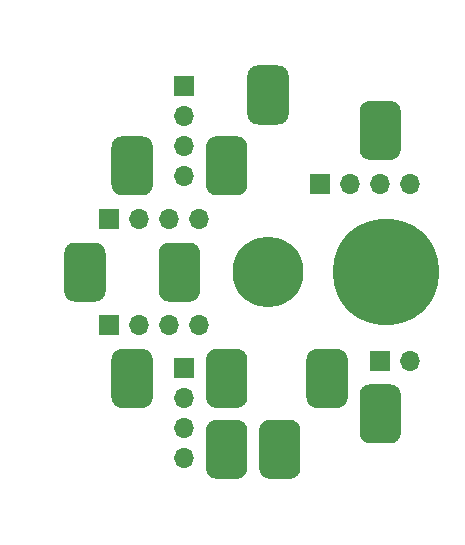
<source format=gbr>
%TF.GenerationSoftware,KiCad,Pcbnew,5.1.9-73d0e3b20d~88~ubuntu18.04.1*%
%TF.CreationDate,2021-01-11T11:23:41+01:00*%
%TF.ProjectId,saba-fernbedienung-anschlussstecker,73616261-2d66-4657-926e-62656469656e,1*%
%TF.SameCoordinates,Original*%
%TF.FileFunction,Soldermask,Bot*%
%TF.FilePolarity,Negative*%
%FSLAX46Y46*%
G04 Gerber Fmt 4.6, Leading zero omitted, Abs format (unit mm)*
G04 Created by KiCad (PCBNEW 5.1.9-73d0e3b20d~88~ubuntu18.04.1) date 2021-01-11 11:23:41*
%MOMM*%
%LPD*%
G01*
G04 APERTURE LIST*
%ADD10C,6.000000*%
%ADD11C,9.000000*%
%ADD12O,1.700000X1.700000*%
%ADD13R,1.700000X1.700000*%
G04 APERTURE END LIST*
D10*
%TO.C,X101*%
X130000000Y-80000000D03*
D11*
X140000000Y-80000000D03*
G36*
G01*
X112750000Y-81625000D02*
X112750000Y-78375000D01*
G75*
G02*
X113625000Y-77500000I875000J0D01*
G01*
X115375000Y-77500000D01*
G75*
G02*
X116250000Y-78375000I0J-875000D01*
G01*
X116250000Y-81625000D01*
G75*
G02*
X115375000Y-82500000I-875000J0D01*
G01*
X113625000Y-82500000D01*
G75*
G02*
X112750000Y-81625000I0J875000D01*
G01*
G37*
G36*
G01*
X116750000Y-72625000D02*
X116750000Y-69375000D01*
G75*
G02*
X117625000Y-68500000I875000J0D01*
G01*
X119375000Y-68500000D01*
G75*
G02*
X120250000Y-69375000I0J-875000D01*
G01*
X120250000Y-72625000D01*
G75*
G02*
X119375000Y-73500000I-875000J0D01*
G01*
X117625000Y-73500000D01*
G75*
G02*
X116750000Y-72625000I0J875000D01*
G01*
G37*
G36*
G01*
X116750000Y-90625000D02*
X116750000Y-87375000D01*
G75*
G02*
X117625000Y-86500000I875000J0D01*
G01*
X119375000Y-86500000D01*
G75*
G02*
X120250000Y-87375000I0J-875000D01*
G01*
X120250000Y-90625000D01*
G75*
G02*
X119375000Y-91500000I-875000J0D01*
G01*
X117625000Y-91500000D01*
G75*
G02*
X116750000Y-90625000I0J875000D01*
G01*
G37*
G36*
G01*
X120750000Y-81625000D02*
X120750000Y-78375000D01*
G75*
G02*
X121625000Y-77500000I875000J0D01*
G01*
X123375000Y-77500000D01*
G75*
G02*
X124250000Y-78375000I0J-875000D01*
G01*
X124250000Y-81625000D01*
G75*
G02*
X123375000Y-82500000I-875000J0D01*
G01*
X121625000Y-82500000D01*
G75*
G02*
X120750000Y-81625000I0J875000D01*
G01*
G37*
G36*
G01*
X124750000Y-72625000D02*
X124750000Y-69375000D01*
G75*
G02*
X125625000Y-68500000I875000J0D01*
G01*
X127375000Y-68500000D01*
G75*
G02*
X128250000Y-69375000I0J-875000D01*
G01*
X128250000Y-72625000D01*
G75*
G02*
X127375000Y-73500000I-875000J0D01*
G01*
X125625000Y-73500000D01*
G75*
G02*
X124750000Y-72625000I0J875000D01*
G01*
G37*
G36*
G01*
X124750000Y-90625000D02*
X124750000Y-87375000D01*
G75*
G02*
X125625000Y-86500000I875000J0D01*
G01*
X127375000Y-86500000D01*
G75*
G02*
X128250000Y-87375000I0J-875000D01*
G01*
X128250000Y-90625000D01*
G75*
G02*
X127375000Y-91500000I-875000J0D01*
G01*
X125625000Y-91500000D01*
G75*
G02*
X124750000Y-90625000I0J875000D01*
G01*
G37*
G36*
G01*
X124750000Y-96625000D02*
X124750000Y-93375000D01*
G75*
G02*
X125625000Y-92500000I875000J0D01*
G01*
X127375000Y-92500000D01*
G75*
G02*
X128250000Y-93375000I0J-875000D01*
G01*
X128250000Y-96625000D01*
G75*
G02*
X127375000Y-97500000I-875000J0D01*
G01*
X125625000Y-97500000D01*
G75*
G02*
X124750000Y-96625000I0J875000D01*
G01*
G37*
G36*
G01*
X128250000Y-66625000D02*
X128250000Y-63375000D01*
G75*
G02*
X129125000Y-62500000I875000J0D01*
G01*
X130875000Y-62500000D01*
G75*
G02*
X131750000Y-63375000I0J-875000D01*
G01*
X131750000Y-66625000D01*
G75*
G02*
X130875000Y-67500000I-875000J0D01*
G01*
X129125000Y-67500000D01*
G75*
G02*
X128250000Y-66625000I0J875000D01*
G01*
G37*
G36*
G01*
X129250000Y-96625000D02*
X129250000Y-93375000D01*
G75*
G02*
X130125000Y-92500000I875000J0D01*
G01*
X131875000Y-92500000D01*
G75*
G02*
X132750000Y-93375000I0J-875000D01*
G01*
X132750000Y-96625000D01*
G75*
G02*
X131875000Y-97500000I-875000J0D01*
G01*
X130125000Y-97500000D01*
G75*
G02*
X129250000Y-96625000I0J875000D01*
G01*
G37*
G36*
G01*
X137750000Y-69625000D02*
X137750000Y-66375000D01*
G75*
G02*
X138625000Y-65500000I875000J0D01*
G01*
X140375000Y-65500000D01*
G75*
G02*
X141250000Y-66375000I0J-875000D01*
G01*
X141250000Y-69625000D01*
G75*
G02*
X140375000Y-70500000I-875000J0D01*
G01*
X138625000Y-70500000D01*
G75*
G02*
X137750000Y-69625000I0J875000D01*
G01*
G37*
G36*
G01*
X133250000Y-90625000D02*
X133250000Y-87375000D01*
G75*
G02*
X134125000Y-86500000I875000J0D01*
G01*
X135875000Y-86500000D01*
G75*
G02*
X136750000Y-87375000I0J-875000D01*
G01*
X136750000Y-90625000D01*
G75*
G02*
X135875000Y-91500000I-875000J0D01*
G01*
X134125000Y-91500000D01*
G75*
G02*
X133250000Y-90625000I0J875000D01*
G01*
G37*
G36*
G01*
X137750000Y-93625000D02*
X137750000Y-90375000D01*
G75*
G02*
X138625000Y-89500000I875000J0D01*
G01*
X140375000Y-89500000D01*
G75*
G02*
X141250000Y-90375000I0J-875000D01*
G01*
X141250000Y-93625000D01*
G75*
G02*
X140375000Y-94500000I-875000J0D01*
G01*
X138625000Y-94500000D01*
G75*
G02*
X137750000Y-93625000I0J875000D01*
G01*
G37*
%TD*%
D12*
%TO.C,J104*%
X142040000Y-87500000D03*
D13*
X139500000Y-87500000D03*
%TD*%
D12*
%TO.C,J106*%
X122900000Y-95720000D03*
X122900000Y-93180000D03*
X122900000Y-90640000D03*
D13*
X122900000Y-88100000D03*
%TD*%
D12*
%TO.C,J105*%
X142020000Y-72500000D03*
X139480000Y-72500000D03*
X136940000Y-72500000D03*
D13*
X134400000Y-72500000D03*
%TD*%
D12*
%TO.C,J103*%
X124120000Y-84500000D03*
X121580000Y-84500000D03*
X119040000Y-84500000D03*
D13*
X116500000Y-84500000D03*
%TD*%
D12*
%TO.C,J102*%
X122900000Y-71900000D03*
X122900000Y-69360000D03*
X122900000Y-66820000D03*
D13*
X122900000Y-64280000D03*
%TD*%
%TO.C,J101*%
X116500000Y-75500000D03*
D12*
X119040000Y-75500000D03*
X121580000Y-75500000D03*
X124120000Y-75500000D03*
%TD*%
M02*

</source>
